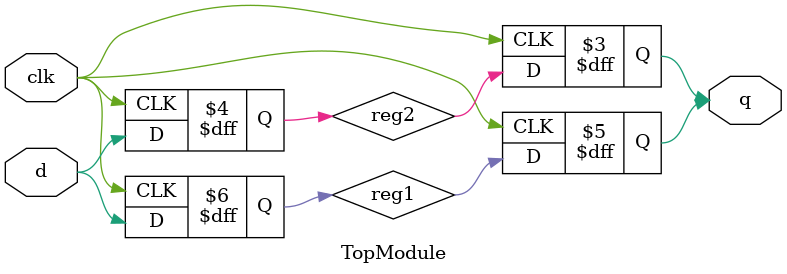
<source format=sv>

module TopModule (
  input clk,
  input d,
  output reg q
);

  reg reg1;
  reg reg2;

  // Capture input at positive edge of the clock
  always @(posedge clk) begin
      reg1 <= d; // Capture input on rising edge
      q    <= reg1; // Update q with the value captured by reg1
  end

  // Capture input at negative edge of the clock
  always @(negedge clk) begin
      reg2 <= d; // Capture input on falling edge
      q    <= reg2; // Update q with the value captured by reg2
  end

endmodule

// VERILOG-EVAL: errant inclusion of module definition

</source>
